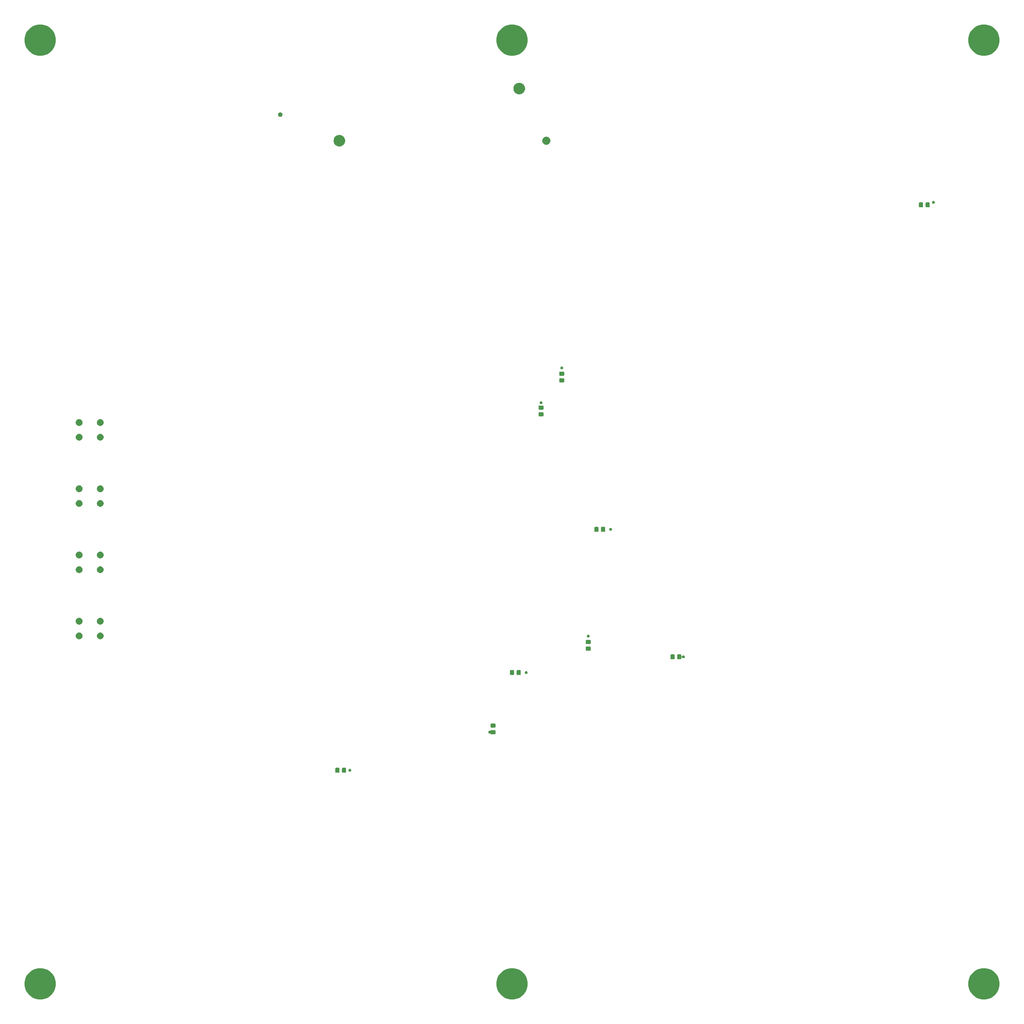
<source format=gbs>
G04 #@! TF.GenerationSoftware,KiCad,Pcbnew,(5.1.2)-1*
G04 #@! TF.CreationDate,2019-05-29T16:25:34-07:00*
G04 #@! TF.ProjectId,h186-final,68313836-2d66-4696-9e61-6c2e6b696361,rev?*
G04 #@! TF.SameCoordinates,Original*
G04 #@! TF.FileFunction,Soldermask,Bot*
G04 #@! TF.FilePolarity,Negative*
%FSLAX46Y46*%
G04 Gerber Fmt 4.6, Leading zero omitted, Abs format (unit mm)*
G04 Created by KiCad (PCBNEW (5.1.2)-1) date 2019-05-29 16:25:34*
%MOMM*%
%LPD*%
G04 APERTURE LIST*
%ADD10C,0.100000*%
G04 APERTURE END LIST*
D10*
G36*
X425580399Y-343363499D02*
G01*
X426454125Y-343725408D01*
X426454126Y-343725409D01*
X427240459Y-344250820D01*
X427909180Y-344919541D01*
X428260249Y-345444953D01*
X428434592Y-345705875D01*
X428796501Y-346579601D01*
X428981000Y-347507141D01*
X428981000Y-348452859D01*
X428796501Y-349380399D01*
X428434592Y-350254125D01*
X428434591Y-350254126D01*
X427909180Y-351040459D01*
X427240459Y-351709180D01*
X426715047Y-352060249D01*
X426454125Y-352234592D01*
X425580399Y-352596501D01*
X424652859Y-352781000D01*
X423707141Y-352781000D01*
X422779601Y-352596501D01*
X421905875Y-352234592D01*
X421644953Y-352060249D01*
X421119541Y-351709180D01*
X420450820Y-351040459D01*
X419925409Y-350254126D01*
X419925408Y-350254125D01*
X419563499Y-349380399D01*
X419379000Y-348452859D01*
X419379000Y-347507141D01*
X419563499Y-346579601D01*
X419925408Y-345705875D01*
X420099751Y-345444953D01*
X420450820Y-344919541D01*
X421119541Y-344250820D01*
X421905874Y-343725409D01*
X421905875Y-343725408D01*
X422779601Y-343363499D01*
X423707141Y-343179000D01*
X424652859Y-343179000D01*
X425580399Y-343363499D01*
X425580399Y-343363499D01*
G37*
G36*
X280800399Y-343363499D02*
G01*
X281674125Y-343725408D01*
X281674126Y-343725409D01*
X282460459Y-344250820D01*
X283129180Y-344919541D01*
X283480249Y-345444953D01*
X283654592Y-345705875D01*
X284016501Y-346579601D01*
X284201000Y-347507141D01*
X284201000Y-348452859D01*
X284016501Y-349380399D01*
X283654592Y-350254125D01*
X283654591Y-350254126D01*
X283129180Y-351040459D01*
X282460459Y-351709180D01*
X281935047Y-352060249D01*
X281674125Y-352234592D01*
X280800399Y-352596501D01*
X279872859Y-352781000D01*
X278927141Y-352781000D01*
X277999601Y-352596501D01*
X277125875Y-352234592D01*
X276864953Y-352060249D01*
X276339541Y-351709180D01*
X275670820Y-351040459D01*
X275145409Y-350254126D01*
X275145408Y-350254125D01*
X274783499Y-349380399D01*
X274599000Y-348452859D01*
X274599000Y-347507141D01*
X274783499Y-346579601D01*
X275145408Y-345705875D01*
X275319751Y-345444953D01*
X275670820Y-344919541D01*
X276339541Y-344250820D01*
X277125874Y-343725409D01*
X277125875Y-343725408D01*
X277999601Y-343363499D01*
X278927141Y-343179000D01*
X279872859Y-343179000D01*
X280800399Y-343363499D01*
X280800399Y-343363499D01*
G37*
G36*
X136020399Y-343363499D02*
G01*
X136894125Y-343725408D01*
X136894126Y-343725409D01*
X137680459Y-344250820D01*
X138349180Y-344919541D01*
X138700249Y-345444953D01*
X138874592Y-345705875D01*
X139236501Y-346579601D01*
X139421000Y-347507141D01*
X139421000Y-348452859D01*
X139236501Y-349380399D01*
X138874592Y-350254125D01*
X138874591Y-350254126D01*
X138349180Y-351040459D01*
X137680459Y-351709180D01*
X137155047Y-352060249D01*
X136894125Y-352234592D01*
X136020399Y-352596501D01*
X135092859Y-352781000D01*
X134147141Y-352781000D01*
X133219601Y-352596501D01*
X132345875Y-352234592D01*
X132084953Y-352060249D01*
X131559541Y-351709180D01*
X130890820Y-351040459D01*
X130365409Y-350254126D01*
X130365408Y-350254125D01*
X130003499Y-349380399D01*
X129819000Y-348452859D01*
X129819000Y-347507141D01*
X130003499Y-346579601D01*
X130365408Y-345705875D01*
X130539751Y-345444953D01*
X130890820Y-344919541D01*
X131559541Y-344250820D01*
X132345874Y-343725409D01*
X132345875Y-343725408D01*
X133219601Y-343363499D01*
X134147141Y-343179000D01*
X135092859Y-343179000D01*
X136020399Y-343363499D01*
X136020399Y-343363499D01*
G37*
G36*
X226269674Y-281701465D02*
G01*
X226307367Y-281712899D01*
X226342103Y-281731466D01*
X226372548Y-281756452D01*
X226397534Y-281786897D01*
X226416101Y-281821633D01*
X226427535Y-281859326D01*
X226432000Y-281904661D01*
X226432000Y-282991339D01*
X226427535Y-283036674D01*
X226416101Y-283074367D01*
X226397534Y-283109103D01*
X226372548Y-283139548D01*
X226342103Y-283164534D01*
X226307367Y-283183101D01*
X226269674Y-283194535D01*
X226224339Y-283199000D01*
X225387661Y-283199000D01*
X225342326Y-283194535D01*
X225304633Y-283183101D01*
X225269897Y-283164534D01*
X225239452Y-283139548D01*
X225214466Y-283109103D01*
X225195899Y-283074367D01*
X225184465Y-283036674D01*
X225180000Y-282991339D01*
X225180000Y-281904661D01*
X225184465Y-281859326D01*
X225195899Y-281821633D01*
X225214466Y-281786897D01*
X225239452Y-281756452D01*
X225269897Y-281731466D01*
X225304633Y-281712899D01*
X225342326Y-281701465D01*
X225387661Y-281697000D01*
X226224339Y-281697000D01*
X226269674Y-281701465D01*
X226269674Y-281701465D01*
G37*
G36*
X228319674Y-281701465D02*
G01*
X228357367Y-281712899D01*
X228392103Y-281731466D01*
X228422548Y-281756452D01*
X228447534Y-281786897D01*
X228466101Y-281821633D01*
X228477535Y-281859326D01*
X228482000Y-281904661D01*
X228482000Y-282991339D01*
X228477535Y-283036674D01*
X228466101Y-283074367D01*
X228447534Y-283109103D01*
X228422548Y-283139548D01*
X228392103Y-283164534D01*
X228357367Y-283183101D01*
X228319674Y-283194535D01*
X228274339Y-283199000D01*
X227437661Y-283199000D01*
X227392326Y-283194535D01*
X227354633Y-283183101D01*
X227319897Y-283164534D01*
X227289452Y-283139548D01*
X227264466Y-283109103D01*
X227245899Y-283074367D01*
X227234465Y-283036674D01*
X227230000Y-282991339D01*
X227230000Y-281904661D01*
X227234465Y-281859326D01*
X227245899Y-281821633D01*
X227264466Y-281786897D01*
X227289452Y-281756452D01*
X227319897Y-281731466D01*
X227354633Y-281712899D01*
X227392326Y-281701465D01*
X227437661Y-281697000D01*
X228274339Y-281697000D01*
X228319674Y-281701465D01*
X228319674Y-281701465D01*
G37*
G36*
X229742009Y-282032601D02*
G01*
X229820627Y-282065166D01*
X229820629Y-282065167D01*
X229891384Y-282112444D01*
X229951556Y-282172616D01*
X229951557Y-282172618D01*
X229998834Y-282243373D01*
X230031399Y-282321991D01*
X230048000Y-282405450D01*
X230048000Y-282490550D01*
X230031399Y-282574009D01*
X229998834Y-282652627D01*
X229998833Y-282652629D01*
X229951556Y-282723384D01*
X229891384Y-282783556D01*
X229820629Y-282830833D01*
X229820628Y-282830834D01*
X229820627Y-282830834D01*
X229742009Y-282863399D01*
X229658550Y-282880000D01*
X229573450Y-282880000D01*
X229489991Y-282863399D01*
X229411373Y-282830834D01*
X229411372Y-282830834D01*
X229411371Y-282830833D01*
X229340616Y-282783556D01*
X229280444Y-282723384D01*
X229233167Y-282652629D01*
X229233166Y-282652627D01*
X229200601Y-282574009D01*
X229184000Y-282490550D01*
X229184000Y-282405450D01*
X229200601Y-282321991D01*
X229233166Y-282243373D01*
X229280443Y-282172618D01*
X229280444Y-282172616D01*
X229340616Y-282112444D01*
X229411371Y-282065167D01*
X229411373Y-282065166D01*
X229489991Y-282032601D01*
X229573450Y-282016000D01*
X229658550Y-282016000D01*
X229742009Y-282032601D01*
X229742009Y-282032601D01*
G37*
G36*
X274146674Y-270160465D02*
G01*
X274184367Y-270171899D01*
X274219103Y-270190466D01*
X274249548Y-270215452D01*
X274274534Y-270245897D01*
X274293101Y-270280633D01*
X274304535Y-270318326D01*
X274309000Y-270363661D01*
X274309000Y-271200339D01*
X274304535Y-271245674D01*
X274293101Y-271283367D01*
X274274534Y-271318103D01*
X274249548Y-271348548D01*
X274219103Y-271373534D01*
X274184367Y-271392101D01*
X274146674Y-271403535D01*
X274101339Y-271408000D01*
X273014661Y-271408000D01*
X272969326Y-271403535D01*
X272931633Y-271392101D01*
X272896897Y-271373534D01*
X272866452Y-271348548D01*
X272841466Y-271318103D01*
X272822899Y-271283366D01*
X272817229Y-271264674D01*
X272807852Y-271242036D01*
X272794239Y-271221661D01*
X272776912Y-271204334D01*
X272756538Y-271190720D01*
X272733899Y-271181342D01*
X272709866Y-271176561D01*
X272685362Y-271176561D01*
X272673226Y-271178361D01*
X272584550Y-271196000D01*
X272499450Y-271196000D01*
X272415991Y-271179399D01*
X272337373Y-271146834D01*
X272337372Y-271146834D01*
X272337371Y-271146833D01*
X272266616Y-271099556D01*
X272206444Y-271039384D01*
X272159167Y-270968629D01*
X272159166Y-270968627D01*
X272126601Y-270890009D01*
X272110000Y-270806550D01*
X272110000Y-270721450D01*
X272126601Y-270637991D01*
X272159166Y-270559373D01*
X272206443Y-270488618D01*
X272206444Y-270488616D01*
X272266616Y-270428444D01*
X272337371Y-270381167D01*
X272352078Y-270375075D01*
X272415991Y-270348601D01*
X272499450Y-270332000D01*
X272584550Y-270332000D01*
X272676077Y-270350206D01*
X272683866Y-270352568D01*
X272708252Y-270354968D01*
X272732638Y-270352565D01*
X272756086Y-270345450D01*
X272777696Y-270333898D01*
X272796637Y-270318352D01*
X272818484Y-270288893D01*
X272841465Y-270245899D01*
X272866452Y-270215452D01*
X272896897Y-270190466D01*
X272931633Y-270171899D01*
X272969326Y-270160465D01*
X273014661Y-270156000D01*
X274101339Y-270156000D01*
X274146674Y-270160465D01*
X274146674Y-270160465D01*
G37*
G36*
X274146674Y-268110465D02*
G01*
X274184367Y-268121899D01*
X274219103Y-268140466D01*
X274249548Y-268165452D01*
X274274534Y-268195897D01*
X274293101Y-268230633D01*
X274304535Y-268268326D01*
X274309000Y-268313661D01*
X274309000Y-269150339D01*
X274304535Y-269195674D01*
X274293101Y-269233367D01*
X274274534Y-269268103D01*
X274249548Y-269298548D01*
X274219103Y-269323534D01*
X274184367Y-269342101D01*
X274146674Y-269353535D01*
X274101339Y-269358000D01*
X273014661Y-269358000D01*
X272969326Y-269353535D01*
X272931633Y-269342101D01*
X272896897Y-269323534D01*
X272866452Y-269298548D01*
X272841466Y-269268103D01*
X272822899Y-269233367D01*
X272811465Y-269195674D01*
X272807000Y-269150339D01*
X272807000Y-268313661D01*
X272811465Y-268268326D01*
X272822899Y-268230633D01*
X272841466Y-268195897D01*
X272866452Y-268165452D01*
X272896897Y-268140466D01*
X272931633Y-268121899D01*
X272969326Y-268110465D01*
X273014661Y-268106000D01*
X274101339Y-268106000D01*
X274146674Y-268110465D01*
X274146674Y-268110465D01*
G37*
G36*
X279863674Y-251729465D02*
G01*
X279901367Y-251740899D01*
X279936103Y-251759466D01*
X279966548Y-251784452D01*
X279991534Y-251814897D01*
X280010101Y-251849633D01*
X280021535Y-251887326D01*
X280026000Y-251932661D01*
X280026000Y-253019339D01*
X280021535Y-253064674D01*
X280010101Y-253102367D01*
X279991534Y-253137103D01*
X279966548Y-253167548D01*
X279936103Y-253192534D01*
X279901367Y-253211101D01*
X279863674Y-253222535D01*
X279818339Y-253227000D01*
X278981661Y-253227000D01*
X278936326Y-253222535D01*
X278898633Y-253211101D01*
X278863897Y-253192534D01*
X278833452Y-253167548D01*
X278808466Y-253137103D01*
X278789899Y-253102367D01*
X278778465Y-253064674D01*
X278774000Y-253019339D01*
X278774000Y-251932661D01*
X278778465Y-251887326D01*
X278789899Y-251849633D01*
X278808466Y-251814897D01*
X278833452Y-251784452D01*
X278863897Y-251759466D01*
X278898633Y-251740899D01*
X278936326Y-251729465D01*
X278981661Y-251725000D01*
X279818339Y-251725000D01*
X279863674Y-251729465D01*
X279863674Y-251729465D01*
G37*
G36*
X281913674Y-251729465D02*
G01*
X281951367Y-251740899D01*
X281986103Y-251759466D01*
X282016548Y-251784452D01*
X282041534Y-251814897D01*
X282060101Y-251849633D01*
X282071535Y-251887326D01*
X282076000Y-251932661D01*
X282076000Y-253019339D01*
X282071535Y-253064674D01*
X282060101Y-253102367D01*
X282041534Y-253137103D01*
X282016548Y-253167548D01*
X281986103Y-253192534D01*
X281951367Y-253211101D01*
X281913674Y-253222535D01*
X281868339Y-253227000D01*
X281031661Y-253227000D01*
X280986326Y-253222535D01*
X280948633Y-253211101D01*
X280913897Y-253192534D01*
X280883452Y-253167548D01*
X280858466Y-253137103D01*
X280839899Y-253102367D01*
X280828465Y-253064674D01*
X280824000Y-253019339D01*
X280824000Y-251932661D01*
X280828465Y-251887326D01*
X280839899Y-251849633D01*
X280858466Y-251814897D01*
X280883452Y-251784452D01*
X280913897Y-251759466D01*
X280948633Y-251740899D01*
X280986326Y-251729465D01*
X281031661Y-251725000D01*
X281868339Y-251725000D01*
X281913674Y-251729465D01*
X281913674Y-251729465D01*
G37*
G36*
X283844009Y-252060601D02*
G01*
X283922627Y-252093166D01*
X283922629Y-252093167D01*
X283993384Y-252140444D01*
X284053556Y-252200616D01*
X284053557Y-252200618D01*
X284100834Y-252271373D01*
X284133399Y-252349991D01*
X284150000Y-252433450D01*
X284150000Y-252518550D01*
X284133399Y-252602009D01*
X284100834Y-252680627D01*
X284100833Y-252680629D01*
X284053556Y-252751384D01*
X283993384Y-252811556D01*
X283922629Y-252858833D01*
X283922628Y-252858834D01*
X283922627Y-252858834D01*
X283844009Y-252891399D01*
X283760550Y-252908000D01*
X283675450Y-252908000D01*
X283591991Y-252891399D01*
X283513373Y-252858834D01*
X283513372Y-252858834D01*
X283513371Y-252858833D01*
X283442616Y-252811556D01*
X283382444Y-252751384D01*
X283335167Y-252680629D01*
X283335166Y-252680627D01*
X283302601Y-252602009D01*
X283286000Y-252518550D01*
X283286000Y-252433450D01*
X283302601Y-252349991D01*
X283335166Y-252271373D01*
X283382443Y-252200618D01*
X283382444Y-252200616D01*
X283442616Y-252140444D01*
X283513371Y-252093167D01*
X283513373Y-252093166D01*
X283591991Y-252060601D01*
X283675450Y-252044000D01*
X283760550Y-252044000D01*
X283844009Y-252060601D01*
X283844009Y-252060601D01*
G37*
G36*
X331171674Y-246903465D02*
G01*
X331209367Y-246914899D01*
X331244103Y-246933466D01*
X331274548Y-246958452D01*
X331299534Y-246988897D01*
X331318101Y-247023633D01*
X331329535Y-247061326D01*
X331334000Y-247106661D01*
X331334000Y-247447470D01*
X331336402Y-247471856D01*
X331343515Y-247495305D01*
X331355066Y-247516916D01*
X331370611Y-247535858D01*
X331389553Y-247551403D01*
X331411164Y-247562954D01*
X331434613Y-247570067D01*
X331458999Y-247572469D01*
X331483385Y-247570067D01*
X331506834Y-247562954D01*
X331528445Y-247551403D01*
X331547387Y-247535858D01*
X331562932Y-247516916D01*
X331574483Y-247495306D01*
X331595167Y-247445371D01*
X331642443Y-247374618D01*
X331642444Y-247374616D01*
X331702616Y-247314444D01*
X331773371Y-247267167D01*
X331773373Y-247267166D01*
X331851991Y-247234601D01*
X331935450Y-247218000D01*
X332020550Y-247218000D01*
X332104009Y-247234601D01*
X332182627Y-247267166D01*
X332182629Y-247267167D01*
X332253384Y-247314444D01*
X332313556Y-247374616D01*
X332313557Y-247374618D01*
X332360834Y-247445373D01*
X332393399Y-247523991D01*
X332410000Y-247607450D01*
X332410000Y-247692550D01*
X332393399Y-247776009D01*
X332360834Y-247854627D01*
X332360833Y-247854629D01*
X332313556Y-247925384D01*
X332253384Y-247985556D01*
X332182629Y-248032833D01*
X332182628Y-248032834D01*
X332182627Y-248032834D01*
X332104009Y-248065399D01*
X332020550Y-248082000D01*
X331935450Y-248082000D01*
X331851991Y-248065399D01*
X331773373Y-248032834D01*
X331773372Y-248032834D01*
X331773371Y-248032833D01*
X331702616Y-247985556D01*
X331642444Y-247925384D01*
X331595167Y-247854629D01*
X331574483Y-247804694D01*
X331562931Y-247783084D01*
X331547386Y-247764142D01*
X331528444Y-247748597D01*
X331506833Y-247737046D01*
X331483384Y-247729933D01*
X331458998Y-247727531D01*
X331434612Y-247729933D01*
X331411163Y-247737046D01*
X331389553Y-247748598D01*
X331370611Y-247764143D01*
X331355066Y-247783085D01*
X331343515Y-247804696D01*
X331336402Y-247828145D01*
X331334000Y-247852530D01*
X331334000Y-248193339D01*
X331329535Y-248238674D01*
X331318101Y-248276367D01*
X331299534Y-248311103D01*
X331274548Y-248341548D01*
X331244103Y-248366534D01*
X331209367Y-248385101D01*
X331171674Y-248396535D01*
X331126339Y-248401000D01*
X330289661Y-248401000D01*
X330244326Y-248396535D01*
X330206633Y-248385101D01*
X330171897Y-248366534D01*
X330141452Y-248341548D01*
X330116466Y-248311103D01*
X330097899Y-248276367D01*
X330086465Y-248238674D01*
X330082000Y-248193339D01*
X330082000Y-247106661D01*
X330086465Y-247061326D01*
X330097899Y-247023633D01*
X330116466Y-246988897D01*
X330141452Y-246958452D01*
X330171897Y-246933466D01*
X330206633Y-246914899D01*
X330244326Y-246903465D01*
X330289661Y-246899000D01*
X331126339Y-246899000D01*
X331171674Y-246903465D01*
X331171674Y-246903465D01*
G37*
G36*
X329121674Y-246903465D02*
G01*
X329159367Y-246914899D01*
X329194103Y-246933466D01*
X329224548Y-246958452D01*
X329249534Y-246988897D01*
X329268101Y-247023633D01*
X329279535Y-247061326D01*
X329284000Y-247106661D01*
X329284000Y-248193339D01*
X329279535Y-248238674D01*
X329268101Y-248276367D01*
X329249534Y-248311103D01*
X329224548Y-248341548D01*
X329194103Y-248366534D01*
X329159367Y-248385101D01*
X329121674Y-248396535D01*
X329076339Y-248401000D01*
X328239661Y-248401000D01*
X328194326Y-248396535D01*
X328156633Y-248385101D01*
X328121897Y-248366534D01*
X328091452Y-248341548D01*
X328066466Y-248311103D01*
X328047899Y-248276367D01*
X328036465Y-248238674D01*
X328032000Y-248193339D01*
X328032000Y-247106661D01*
X328036465Y-247061326D01*
X328047899Y-247023633D01*
X328066466Y-246988897D01*
X328091452Y-246958452D01*
X328121897Y-246933466D01*
X328156633Y-246914899D01*
X328194326Y-246903465D01*
X328239661Y-246899000D01*
X329076339Y-246899000D01*
X329121674Y-246903465D01*
X329121674Y-246903465D01*
G37*
G36*
X303356674Y-244506465D02*
G01*
X303394367Y-244517899D01*
X303429103Y-244536466D01*
X303459548Y-244561452D01*
X303484534Y-244591897D01*
X303503101Y-244626633D01*
X303514535Y-244664326D01*
X303519000Y-244709661D01*
X303519000Y-245546339D01*
X303514535Y-245591674D01*
X303503101Y-245629367D01*
X303484534Y-245664103D01*
X303459548Y-245694548D01*
X303429103Y-245719534D01*
X303394367Y-245738101D01*
X303356674Y-245749535D01*
X303311339Y-245754000D01*
X302224661Y-245754000D01*
X302179326Y-245749535D01*
X302141633Y-245738101D01*
X302106897Y-245719534D01*
X302076452Y-245694548D01*
X302051466Y-245664103D01*
X302032899Y-245629367D01*
X302021465Y-245591674D01*
X302017000Y-245546339D01*
X302017000Y-244709661D01*
X302021465Y-244664326D01*
X302032899Y-244626633D01*
X302051466Y-244591897D01*
X302076452Y-244561452D01*
X302106897Y-244536466D01*
X302141633Y-244517899D01*
X302179326Y-244506465D01*
X302224661Y-244502000D01*
X303311339Y-244502000D01*
X303356674Y-244506465D01*
X303356674Y-244506465D01*
G37*
G36*
X303356674Y-242456465D02*
G01*
X303394367Y-242467899D01*
X303429103Y-242486466D01*
X303459548Y-242511452D01*
X303484534Y-242541897D01*
X303503101Y-242576633D01*
X303514535Y-242614326D01*
X303519000Y-242659661D01*
X303519000Y-243496339D01*
X303514535Y-243541674D01*
X303503101Y-243579367D01*
X303484534Y-243614103D01*
X303459548Y-243644548D01*
X303429103Y-243669534D01*
X303394367Y-243688101D01*
X303356674Y-243699535D01*
X303311339Y-243704000D01*
X302224661Y-243704000D01*
X302179326Y-243699535D01*
X302141633Y-243688101D01*
X302106897Y-243669534D01*
X302076452Y-243644548D01*
X302051466Y-243614103D01*
X302032899Y-243579367D01*
X302021465Y-243541674D01*
X302017000Y-243496339D01*
X302017000Y-242659661D01*
X302021465Y-242614326D01*
X302032899Y-242576633D01*
X302051466Y-242541897D01*
X302076452Y-242511452D01*
X302106897Y-242486466D01*
X302141633Y-242467899D01*
X302179326Y-242456465D01*
X302224661Y-242452000D01*
X303311339Y-242452000D01*
X303356674Y-242456465D01*
X303356674Y-242456465D01*
G37*
G36*
X153364564Y-240217389D02*
G01*
X153555833Y-240296615D01*
X153555835Y-240296616D01*
X153727973Y-240411635D01*
X153874365Y-240558027D01*
X153989385Y-240730167D01*
X154068611Y-240921436D01*
X154109000Y-241124484D01*
X154109000Y-241331516D01*
X154068611Y-241534564D01*
X153993708Y-241715396D01*
X153989384Y-241725835D01*
X153874365Y-241897973D01*
X153727973Y-242044365D01*
X153555835Y-242159384D01*
X153555834Y-242159385D01*
X153555833Y-242159385D01*
X153364564Y-242238611D01*
X153161516Y-242279000D01*
X152954484Y-242279000D01*
X152751436Y-242238611D01*
X152560167Y-242159385D01*
X152560166Y-242159385D01*
X152560165Y-242159384D01*
X152388027Y-242044365D01*
X152241635Y-241897973D01*
X152126616Y-241725835D01*
X152122292Y-241715396D01*
X152047389Y-241534564D01*
X152007000Y-241331516D01*
X152007000Y-241124484D01*
X152047389Y-240921436D01*
X152126615Y-240730167D01*
X152241635Y-240558027D01*
X152388027Y-240411635D01*
X152560165Y-240296616D01*
X152560167Y-240296615D01*
X152751436Y-240217389D01*
X152954484Y-240177000D01*
X153161516Y-240177000D01*
X153364564Y-240217389D01*
X153364564Y-240217389D01*
G37*
G36*
X146864564Y-240217389D02*
G01*
X147055833Y-240296615D01*
X147055835Y-240296616D01*
X147227973Y-240411635D01*
X147374365Y-240558027D01*
X147489385Y-240730167D01*
X147568611Y-240921436D01*
X147609000Y-241124484D01*
X147609000Y-241331516D01*
X147568611Y-241534564D01*
X147493708Y-241715396D01*
X147489384Y-241725835D01*
X147374365Y-241897973D01*
X147227973Y-242044365D01*
X147055835Y-242159384D01*
X147055834Y-242159385D01*
X147055833Y-242159385D01*
X146864564Y-242238611D01*
X146661516Y-242279000D01*
X146454484Y-242279000D01*
X146251436Y-242238611D01*
X146060167Y-242159385D01*
X146060166Y-242159385D01*
X146060165Y-242159384D01*
X145888027Y-242044365D01*
X145741635Y-241897973D01*
X145626616Y-241725835D01*
X145622292Y-241715396D01*
X145547389Y-241534564D01*
X145507000Y-241331516D01*
X145507000Y-241124484D01*
X145547389Y-240921436D01*
X145626615Y-240730167D01*
X145741635Y-240558027D01*
X145888027Y-240411635D01*
X146060165Y-240296616D01*
X146060167Y-240296615D01*
X146251436Y-240217389D01*
X146454484Y-240177000D01*
X146661516Y-240177000D01*
X146864564Y-240217389D01*
X146864564Y-240217389D01*
G37*
G36*
X302894009Y-240884599D02*
G01*
X302972627Y-240917164D01*
X302972629Y-240917165D01*
X303043384Y-240964442D01*
X303103556Y-241024614D01*
X303103557Y-241024616D01*
X303150834Y-241095371D01*
X303183399Y-241173989D01*
X303200000Y-241257448D01*
X303200000Y-241342548D01*
X303183399Y-241426007D01*
X303150834Y-241504625D01*
X303150833Y-241504627D01*
X303103556Y-241575382D01*
X303043384Y-241635554D01*
X302972629Y-241682831D01*
X302972628Y-241682832D01*
X302972627Y-241682832D01*
X302894009Y-241715397D01*
X302810550Y-241731998D01*
X302725450Y-241731998D01*
X302641991Y-241715397D01*
X302563373Y-241682832D01*
X302563372Y-241682832D01*
X302563371Y-241682831D01*
X302492616Y-241635554D01*
X302432444Y-241575382D01*
X302385167Y-241504627D01*
X302385166Y-241504625D01*
X302352601Y-241426007D01*
X302336000Y-241342548D01*
X302336000Y-241257448D01*
X302352601Y-241173989D01*
X302385166Y-241095371D01*
X302432443Y-241024616D01*
X302432444Y-241024614D01*
X302492616Y-240964442D01*
X302563371Y-240917165D01*
X302563373Y-240917164D01*
X302641991Y-240884599D01*
X302725450Y-240867998D01*
X302810550Y-240867998D01*
X302894009Y-240884599D01*
X302894009Y-240884599D01*
G37*
G36*
X153364564Y-235717389D02*
G01*
X153555833Y-235796615D01*
X153555835Y-235796616D01*
X153727973Y-235911635D01*
X153874365Y-236058027D01*
X153989385Y-236230167D01*
X154068611Y-236421436D01*
X154109000Y-236624484D01*
X154109000Y-236831516D01*
X154068611Y-237034564D01*
X153989385Y-237225833D01*
X153989384Y-237225835D01*
X153874365Y-237397973D01*
X153727973Y-237544365D01*
X153555835Y-237659384D01*
X153555834Y-237659385D01*
X153555833Y-237659385D01*
X153364564Y-237738611D01*
X153161516Y-237779000D01*
X152954484Y-237779000D01*
X152751436Y-237738611D01*
X152560167Y-237659385D01*
X152560166Y-237659385D01*
X152560165Y-237659384D01*
X152388027Y-237544365D01*
X152241635Y-237397973D01*
X152126616Y-237225835D01*
X152126615Y-237225833D01*
X152047389Y-237034564D01*
X152007000Y-236831516D01*
X152007000Y-236624484D01*
X152047389Y-236421436D01*
X152126615Y-236230167D01*
X152241635Y-236058027D01*
X152388027Y-235911635D01*
X152560165Y-235796616D01*
X152560167Y-235796615D01*
X152751436Y-235717389D01*
X152954484Y-235677000D01*
X153161516Y-235677000D01*
X153364564Y-235717389D01*
X153364564Y-235717389D01*
G37*
G36*
X146864564Y-235717389D02*
G01*
X147055833Y-235796615D01*
X147055835Y-235796616D01*
X147227973Y-235911635D01*
X147374365Y-236058027D01*
X147489385Y-236230167D01*
X147568611Y-236421436D01*
X147609000Y-236624484D01*
X147609000Y-236831516D01*
X147568611Y-237034564D01*
X147489385Y-237225833D01*
X147489384Y-237225835D01*
X147374365Y-237397973D01*
X147227973Y-237544365D01*
X147055835Y-237659384D01*
X147055834Y-237659385D01*
X147055833Y-237659385D01*
X146864564Y-237738611D01*
X146661516Y-237779000D01*
X146454484Y-237779000D01*
X146251436Y-237738611D01*
X146060167Y-237659385D01*
X146060166Y-237659385D01*
X146060165Y-237659384D01*
X145888027Y-237544365D01*
X145741635Y-237397973D01*
X145626616Y-237225835D01*
X145626615Y-237225833D01*
X145547389Y-237034564D01*
X145507000Y-236831516D01*
X145507000Y-236624484D01*
X145547389Y-236421436D01*
X145626615Y-236230167D01*
X145741635Y-236058027D01*
X145888027Y-235911635D01*
X146060165Y-235796616D01*
X146060167Y-235796615D01*
X146251436Y-235717389D01*
X146454484Y-235677000D01*
X146661516Y-235677000D01*
X146864564Y-235717389D01*
X146864564Y-235717389D01*
G37*
G36*
X146864564Y-219897389D02*
G01*
X147055833Y-219976615D01*
X147055835Y-219976616D01*
X147227973Y-220091635D01*
X147374365Y-220238027D01*
X147489385Y-220410167D01*
X147568611Y-220601436D01*
X147609000Y-220804484D01*
X147609000Y-221011516D01*
X147568611Y-221214564D01*
X147489385Y-221405833D01*
X147489384Y-221405835D01*
X147374365Y-221577973D01*
X147227973Y-221724365D01*
X147055835Y-221839384D01*
X147055834Y-221839385D01*
X147055833Y-221839385D01*
X146864564Y-221918611D01*
X146661516Y-221959000D01*
X146454484Y-221959000D01*
X146251436Y-221918611D01*
X146060167Y-221839385D01*
X146060166Y-221839385D01*
X146060165Y-221839384D01*
X145888027Y-221724365D01*
X145741635Y-221577973D01*
X145626616Y-221405835D01*
X145626615Y-221405833D01*
X145547389Y-221214564D01*
X145507000Y-221011516D01*
X145507000Y-220804484D01*
X145547389Y-220601436D01*
X145626615Y-220410167D01*
X145741635Y-220238027D01*
X145888027Y-220091635D01*
X146060165Y-219976616D01*
X146060167Y-219976615D01*
X146251436Y-219897389D01*
X146454484Y-219857000D01*
X146661516Y-219857000D01*
X146864564Y-219897389D01*
X146864564Y-219897389D01*
G37*
G36*
X153364564Y-219897389D02*
G01*
X153555833Y-219976615D01*
X153555835Y-219976616D01*
X153727973Y-220091635D01*
X153874365Y-220238027D01*
X153989385Y-220410167D01*
X154068611Y-220601436D01*
X154109000Y-220804484D01*
X154109000Y-221011516D01*
X154068611Y-221214564D01*
X153989385Y-221405833D01*
X153989384Y-221405835D01*
X153874365Y-221577973D01*
X153727973Y-221724365D01*
X153555835Y-221839384D01*
X153555834Y-221839385D01*
X153555833Y-221839385D01*
X153364564Y-221918611D01*
X153161516Y-221959000D01*
X152954484Y-221959000D01*
X152751436Y-221918611D01*
X152560167Y-221839385D01*
X152560166Y-221839385D01*
X152560165Y-221839384D01*
X152388027Y-221724365D01*
X152241635Y-221577973D01*
X152126616Y-221405835D01*
X152126615Y-221405833D01*
X152047389Y-221214564D01*
X152007000Y-221011516D01*
X152007000Y-220804484D01*
X152047389Y-220601436D01*
X152126615Y-220410167D01*
X152241635Y-220238027D01*
X152388027Y-220091635D01*
X152560165Y-219976616D01*
X152560167Y-219976615D01*
X152751436Y-219897389D01*
X152954484Y-219857000D01*
X153161516Y-219857000D01*
X153364564Y-219897389D01*
X153364564Y-219897389D01*
G37*
G36*
X146864564Y-215397389D02*
G01*
X147055833Y-215476615D01*
X147055835Y-215476616D01*
X147227973Y-215591635D01*
X147374365Y-215738027D01*
X147489385Y-215910167D01*
X147568611Y-216101436D01*
X147609000Y-216304484D01*
X147609000Y-216511516D01*
X147568611Y-216714564D01*
X147489385Y-216905833D01*
X147489384Y-216905835D01*
X147374365Y-217077973D01*
X147227973Y-217224365D01*
X147055835Y-217339384D01*
X147055834Y-217339385D01*
X147055833Y-217339385D01*
X146864564Y-217418611D01*
X146661516Y-217459000D01*
X146454484Y-217459000D01*
X146251436Y-217418611D01*
X146060167Y-217339385D01*
X146060166Y-217339385D01*
X146060165Y-217339384D01*
X145888027Y-217224365D01*
X145741635Y-217077973D01*
X145626616Y-216905835D01*
X145626615Y-216905833D01*
X145547389Y-216714564D01*
X145507000Y-216511516D01*
X145507000Y-216304484D01*
X145547389Y-216101436D01*
X145626615Y-215910167D01*
X145741635Y-215738027D01*
X145888027Y-215591635D01*
X146060165Y-215476616D01*
X146060167Y-215476615D01*
X146251436Y-215397389D01*
X146454484Y-215357000D01*
X146661516Y-215357000D01*
X146864564Y-215397389D01*
X146864564Y-215397389D01*
G37*
G36*
X153364564Y-215397389D02*
G01*
X153555833Y-215476615D01*
X153555835Y-215476616D01*
X153727973Y-215591635D01*
X153874365Y-215738027D01*
X153989385Y-215910167D01*
X154068611Y-216101436D01*
X154109000Y-216304484D01*
X154109000Y-216511516D01*
X154068611Y-216714564D01*
X153989385Y-216905833D01*
X153989384Y-216905835D01*
X153874365Y-217077973D01*
X153727973Y-217224365D01*
X153555835Y-217339384D01*
X153555834Y-217339385D01*
X153555833Y-217339385D01*
X153364564Y-217418611D01*
X153161516Y-217459000D01*
X152954484Y-217459000D01*
X152751436Y-217418611D01*
X152560167Y-217339385D01*
X152560166Y-217339385D01*
X152560165Y-217339384D01*
X152388027Y-217224365D01*
X152241635Y-217077973D01*
X152126616Y-216905835D01*
X152126615Y-216905833D01*
X152047389Y-216714564D01*
X152007000Y-216511516D01*
X152007000Y-216304484D01*
X152047389Y-216101436D01*
X152126615Y-215910167D01*
X152241635Y-215738027D01*
X152388027Y-215591635D01*
X152560165Y-215476616D01*
X152560167Y-215476615D01*
X152751436Y-215397389D01*
X152954484Y-215357000D01*
X153161516Y-215357000D01*
X153364564Y-215397389D01*
X153364564Y-215397389D01*
G37*
G36*
X307803674Y-207787465D02*
G01*
X307841367Y-207798899D01*
X307876103Y-207817466D01*
X307906548Y-207842452D01*
X307931534Y-207872897D01*
X307950101Y-207907633D01*
X307961535Y-207945326D01*
X307966000Y-207990661D01*
X307966000Y-209077339D01*
X307961535Y-209122674D01*
X307950101Y-209160367D01*
X307931534Y-209195103D01*
X307906548Y-209225548D01*
X307876103Y-209250534D01*
X307841367Y-209269101D01*
X307803674Y-209280535D01*
X307758339Y-209285000D01*
X306921661Y-209285000D01*
X306876326Y-209280535D01*
X306838633Y-209269101D01*
X306803897Y-209250534D01*
X306773452Y-209225548D01*
X306748466Y-209195103D01*
X306729899Y-209160367D01*
X306718465Y-209122674D01*
X306714000Y-209077339D01*
X306714000Y-207990661D01*
X306718465Y-207945326D01*
X306729899Y-207907633D01*
X306748466Y-207872897D01*
X306773452Y-207842452D01*
X306803897Y-207817466D01*
X306838633Y-207798899D01*
X306876326Y-207787465D01*
X306921661Y-207783000D01*
X307758339Y-207783000D01*
X307803674Y-207787465D01*
X307803674Y-207787465D01*
G37*
G36*
X305753674Y-207787465D02*
G01*
X305791367Y-207798899D01*
X305826103Y-207817466D01*
X305856548Y-207842452D01*
X305881534Y-207872897D01*
X305900101Y-207907633D01*
X305911535Y-207945326D01*
X305916000Y-207990661D01*
X305916000Y-209077339D01*
X305911535Y-209122674D01*
X305900101Y-209160367D01*
X305881534Y-209195103D01*
X305856548Y-209225548D01*
X305826103Y-209250534D01*
X305791367Y-209269101D01*
X305753674Y-209280535D01*
X305708339Y-209285000D01*
X304871661Y-209285000D01*
X304826326Y-209280535D01*
X304788633Y-209269101D01*
X304753897Y-209250534D01*
X304723452Y-209225548D01*
X304698466Y-209195103D01*
X304679899Y-209160367D01*
X304668465Y-209122674D01*
X304664000Y-209077339D01*
X304664000Y-207990661D01*
X304668465Y-207945326D01*
X304679899Y-207907633D01*
X304698466Y-207872897D01*
X304723452Y-207842452D01*
X304753897Y-207817466D01*
X304788633Y-207798899D01*
X304826326Y-207787465D01*
X304871661Y-207783000D01*
X305708339Y-207783000D01*
X305753674Y-207787465D01*
X305753674Y-207787465D01*
G37*
G36*
X309752009Y-208118601D02*
G01*
X309830627Y-208151166D01*
X309830629Y-208151167D01*
X309901384Y-208198444D01*
X309961556Y-208258616D01*
X309961557Y-208258618D01*
X310008834Y-208329373D01*
X310041399Y-208407991D01*
X310058000Y-208491450D01*
X310058000Y-208576550D01*
X310041399Y-208660009D01*
X310008834Y-208738627D01*
X310008833Y-208738629D01*
X309961556Y-208809384D01*
X309901384Y-208869556D01*
X309830629Y-208916833D01*
X309830628Y-208916834D01*
X309830627Y-208916834D01*
X309752009Y-208949399D01*
X309668550Y-208966000D01*
X309583450Y-208966000D01*
X309499991Y-208949399D01*
X309421373Y-208916834D01*
X309421372Y-208916834D01*
X309421371Y-208916833D01*
X309350616Y-208869556D01*
X309290444Y-208809384D01*
X309243167Y-208738629D01*
X309243166Y-208738627D01*
X309210601Y-208660009D01*
X309194000Y-208576550D01*
X309194000Y-208491450D01*
X309210601Y-208407991D01*
X309243166Y-208329373D01*
X309290443Y-208258618D01*
X309290444Y-208258616D01*
X309350616Y-208198444D01*
X309421371Y-208151167D01*
X309421373Y-208151166D01*
X309499991Y-208118601D01*
X309583450Y-208102000D01*
X309668550Y-208102000D01*
X309752009Y-208118601D01*
X309752009Y-208118601D01*
G37*
G36*
X146864564Y-199577389D02*
G01*
X147055833Y-199656615D01*
X147055835Y-199656616D01*
X147227973Y-199771635D01*
X147374365Y-199918027D01*
X147489385Y-200090167D01*
X147568611Y-200281436D01*
X147609000Y-200484484D01*
X147609000Y-200691516D01*
X147568611Y-200894564D01*
X147489385Y-201085833D01*
X147489384Y-201085835D01*
X147374365Y-201257973D01*
X147227973Y-201404365D01*
X147055835Y-201519384D01*
X147055834Y-201519385D01*
X147055833Y-201519385D01*
X146864564Y-201598611D01*
X146661516Y-201639000D01*
X146454484Y-201639000D01*
X146251436Y-201598611D01*
X146060167Y-201519385D01*
X146060166Y-201519385D01*
X146060165Y-201519384D01*
X145888027Y-201404365D01*
X145741635Y-201257973D01*
X145626616Y-201085835D01*
X145626615Y-201085833D01*
X145547389Y-200894564D01*
X145507000Y-200691516D01*
X145507000Y-200484484D01*
X145547389Y-200281436D01*
X145626615Y-200090167D01*
X145741635Y-199918027D01*
X145888027Y-199771635D01*
X146060165Y-199656616D01*
X146060167Y-199656615D01*
X146251436Y-199577389D01*
X146454484Y-199537000D01*
X146661516Y-199537000D01*
X146864564Y-199577389D01*
X146864564Y-199577389D01*
G37*
G36*
X153364564Y-199577389D02*
G01*
X153555833Y-199656615D01*
X153555835Y-199656616D01*
X153727973Y-199771635D01*
X153874365Y-199918027D01*
X153989385Y-200090167D01*
X154068611Y-200281436D01*
X154109000Y-200484484D01*
X154109000Y-200691516D01*
X154068611Y-200894564D01*
X153989385Y-201085833D01*
X153989384Y-201085835D01*
X153874365Y-201257973D01*
X153727973Y-201404365D01*
X153555835Y-201519384D01*
X153555834Y-201519385D01*
X153555833Y-201519385D01*
X153364564Y-201598611D01*
X153161516Y-201639000D01*
X152954484Y-201639000D01*
X152751436Y-201598611D01*
X152560167Y-201519385D01*
X152560166Y-201519385D01*
X152560165Y-201519384D01*
X152388027Y-201404365D01*
X152241635Y-201257973D01*
X152126616Y-201085835D01*
X152126615Y-201085833D01*
X152047389Y-200894564D01*
X152007000Y-200691516D01*
X152007000Y-200484484D01*
X152047389Y-200281436D01*
X152126615Y-200090167D01*
X152241635Y-199918027D01*
X152388027Y-199771635D01*
X152560165Y-199656616D01*
X152560167Y-199656615D01*
X152751436Y-199577389D01*
X152954484Y-199537000D01*
X153161516Y-199537000D01*
X153364564Y-199577389D01*
X153364564Y-199577389D01*
G37*
G36*
X146864564Y-195077389D02*
G01*
X147055833Y-195156615D01*
X147055835Y-195156616D01*
X147227973Y-195271635D01*
X147374365Y-195418027D01*
X147489385Y-195590167D01*
X147568611Y-195781436D01*
X147609000Y-195984484D01*
X147609000Y-196191516D01*
X147568611Y-196394564D01*
X147489385Y-196585833D01*
X147489384Y-196585835D01*
X147374365Y-196757973D01*
X147227973Y-196904365D01*
X147055835Y-197019384D01*
X147055834Y-197019385D01*
X147055833Y-197019385D01*
X146864564Y-197098611D01*
X146661516Y-197139000D01*
X146454484Y-197139000D01*
X146251436Y-197098611D01*
X146060167Y-197019385D01*
X146060166Y-197019385D01*
X146060165Y-197019384D01*
X145888027Y-196904365D01*
X145741635Y-196757973D01*
X145626616Y-196585835D01*
X145626615Y-196585833D01*
X145547389Y-196394564D01*
X145507000Y-196191516D01*
X145507000Y-195984484D01*
X145547389Y-195781436D01*
X145626615Y-195590167D01*
X145741635Y-195418027D01*
X145888027Y-195271635D01*
X146060165Y-195156616D01*
X146060167Y-195156615D01*
X146251436Y-195077389D01*
X146454484Y-195037000D01*
X146661516Y-195037000D01*
X146864564Y-195077389D01*
X146864564Y-195077389D01*
G37*
G36*
X153364564Y-195077389D02*
G01*
X153555833Y-195156615D01*
X153555835Y-195156616D01*
X153727973Y-195271635D01*
X153874365Y-195418027D01*
X153989385Y-195590167D01*
X154068611Y-195781436D01*
X154109000Y-195984484D01*
X154109000Y-196191516D01*
X154068611Y-196394564D01*
X153989385Y-196585833D01*
X153989384Y-196585835D01*
X153874365Y-196757973D01*
X153727973Y-196904365D01*
X153555835Y-197019384D01*
X153555834Y-197019385D01*
X153555833Y-197019385D01*
X153364564Y-197098611D01*
X153161516Y-197139000D01*
X152954484Y-197139000D01*
X152751436Y-197098611D01*
X152560167Y-197019385D01*
X152560166Y-197019385D01*
X152560165Y-197019384D01*
X152388027Y-196904365D01*
X152241635Y-196757973D01*
X152126616Y-196585835D01*
X152126615Y-196585833D01*
X152047389Y-196394564D01*
X152007000Y-196191516D01*
X152007000Y-195984484D01*
X152047389Y-195781436D01*
X152126615Y-195590167D01*
X152241635Y-195418027D01*
X152388027Y-195271635D01*
X152560165Y-195156616D01*
X152560167Y-195156615D01*
X152751436Y-195077389D01*
X152954484Y-195037000D01*
X153161516Y-195037000D01*
X153364564Y-195077389D01*
X153364564Y-195077389D01*
G37*
G36*
X153364564Y-179257389D02*
G01*
X153555833Y-179336615D01*
X153555835Y-179336616D01*
X153727973Y-179451635D01*
X153874365Y-179598027D01*
X153989385Y-179770167D01*
X154068611Y-179961436D01*
X154109000Y-180164484D01*
X154109000Y-180371516D01*
X154068611Y-180574564D01*
X153989385Y-180765833D01*
X153989384Y-180765835D01*
X153874365Y-180937973D01*
X153727973Y-181084365D01*
X153555835Y-181199384D01*
X153555834Y-181199385D01*
X153555833Y-181199385D01*
X153364564Y-181278611D01*
X153161516Y-181319000D01*
X152954484Y-181319000D01*
X152751436Y-181278611D01*
X152560167Y-181199385D01*
X152560166Y-181199385D01*
X152560165Y-181199384D01*
X152388027Y-181084365D01*
X152241635Y-180937973D01*
X152126616Y-180765835D01*
X152126615Y-180765833D01*
X152047389Y-180574564D01*
X152007000Y-180371516D01*
X152007000Y-180164484D01*
X152047389Y-179961436D01*
X152126615Y-179770167D01*
X152241635Y-179598027D01*
X152388027Y-179451635D01*
X152560165Y-179336616D01*
X152560167Y-179336615D01*
X152751436Y-179257389D01*
X152954484Y-179217000D01*
X153161516Y-179217000D01*
X153364564Y-179257389D01*
X153364564Y-179257389D01*
G37*
G36*
X146864564Y-179257389D02*
G01*
X147055833Y-179336615D01*
X147055835Y-179336616D01*
X147227973Y-179451635D01*
X147374365Y-179598027D01*
X147489385Y-179770167D01*
X147568611Y-179961436D01*
X147609000Y-180164484D01*
X147609000Y-180371516D01*
X147568611Y-180574564D01*
X147489385Y-180765833D01*
X147489384Y-180765835D01*
X147374365Y-180937973D01*
X147227973Y-181084365D01*
X147055835Y-181199384D01*
X147055834Y-181199385D01*
X147055833Y-181199385D01*
X146864564Y-181278611D01*
X146661516Y-181319000D01*
X146454484Y-181319000D01*
X146251436Y-181278611D01*
X146060167Y-181199385D01*
X146060166Y-181199385D01*
X146060165Y-181199384D01*
X145888027Y-181084365D01*
X145741635Y-180937973D01*
X145626616Y-180765835D01*
X145626615Y-180765833D01*
X145547389Y-180574564D01*
X145507000Y-180371516D01*
X145507000Y-180164484D01*
X145547389Y-179961436D01*
X145626615Y-179770167D01*
X145741635Y-179598027D01*
X145888027Y-179451635D01*
X146060165Y-179336616D01*
X146060167Y-179336615D01*
X146251436Y-179257389D01*
X146454484Y-179217000D01*
X146661516Y-179217000D01*
X146864564Y-179257389D01*
X146864564Y-179257389D01*
G37*
G36*
X153364564Y-174757389D02*
G01*
X153555833Y-174836615D01*
X153555835Y-174836616D01*
X153727973Y-174951635D01*
X153874365Y-175098027D01*
X153989385Y-175270167D01*
X154068611Y-175461436D01*
X154109000Y-175664484D01*
X154109000Y-175871516D01*
X154068611Y-176074564D01*
X153989385Y-176265833D01*
X153989384Y-176265835D01*
X153874365Y-176437973D01*
X153727973Y-176584365D01*
X153555835Y-176699384D01*
X153555834Y-176699385D01*
X153555833Y-176699385D01*
X153364564Y-176778611D01*
X153161516Y-176819000D01*
X152954484Y-176819000D01*
X152751436Y-176778611D01*
X152560167Y-176699385D01*
X152560166Y-176699385D01*
X152560165Y-176699384D01*
X152388027Y-176584365D01*
X152241635Y-176437973D01*
X152126616Y-176265835D01*
X152126615Y-176265833D01*
X152047389Y-176074564D01*
X152007000Y-175871516D01*
X152007000Y-175664484D01*
X152047389Y-175461436D01*
X152126615Y-175270167D01*
X152241635Y-175098027D01*
X152388027Y-174951635D01*
X152560165Y-174836616D01*
X152560167Y-174836615D01*
X152751436Y-174757389D01*
X152954484Y-174717000D01*
X153161516Y-174717000D01*
X153364564Y-174757389D01*
X153364564Y-174757389D01*
G37*
G36*
X146864564Y-174757389D02*
G01*
X147055833Y-174836615D01*
X147055835Y-174836616D01*
X147227973Y-174951635D01*
X147374365Y-175098027D01*
X147489385Y-175270167D01*
X147568611Y-175461436D01*
X147609000Y-175664484D01*
X147609000Y-175871516D01*
X147568611Y-176074564D01*
X147489385Y-176265833D01*
X147489384Y-176265835D01*
X147374365Y-176437973D01*
X147227973Y-176584365D01*
X147055835Y-176699384D01*
X147055834Y-176699385D01*
X147055833Y-176699385D01*
X146864564Y-176778611D01*
X146661516Y-176819000D01*
X146454484Y-176819000D01*
X146251436Y-176778611D01*
X146060167Y-176699385D01*
X146060166Y-176699385D01*
X146060165Y-176699384D01*
X145888027Y-176584365D01*
X145741635Y-176437973D01*
X145626616Y-176265835D01*
X145626615Y-176265833D01*
X145547389Y-176074564D01*
X145507000Y-175871516D01*
X145507000Y-175664484D01*
X145547389Y-175461436D01*
X145626615Y-175270167D01*
X145741635Y-175098027D01*
X145888027Y-174951635D01*
X146060165Y-174836616D01*
X146060167Y-174836615D01*
X146251436Y-174757389D01*
X146454484Y-174717000D01*
X146661516Y-174717000D01*
X146864564Y-174757389D01*
X146864564Y-174757389D01*
G37*
G36*
X288878674Y-172606465D02*
G01*
X288916367Y-172617899D01*
X288951103Y-172636466D01*
X288981548Y-172661452D01*
X289006534Y-172691897D01*
X289025101Y-172726633D01*
X289036535Y-172764326D01*
X289041000Y-172809661D01*
X289041000Y-173646339D01*
X289036535Y-173691674D01*
X289025101Y-173729367D01*
X289006534Y-173764103D01*
X288981548Y-173794548D01*
X288951103Y-173819534D01*
X288916367Y-173838101D01*
X288878674Y-173849535D01*
X288833339Y-173854000D01*
X287746661Y-173854000D01*
X287701326Y-173849535D01*
X287663633Y-173838101D01*
X287628897Y-173819534D01*
X287598452Y-173794548D01*
X287573466Y-173764103D01*
X287554899Y-173729367D01*
X287543465Y-173691674D01*
X287539000Y-173646339D01*
X287539000Y-172809661D01*
X287543465Y-172764326D01*
X287554899Y-172726633D01*
X287573466Y-172691897D01*
X287598452Y-172661452D01*
X287628897Y-172636466D01*
X287663633Y-172617899D01*
X287701326Y-172606465D01*
X287746661Y-172602000D01*
X288833339Y-172602000D01*
X288878674Y-172606465D01*
X288878674Y-172606465D01*
G37*
G36*
X288878674Y-170556465D02*
G01*
X288916367Y-170567899D01*
X288951103Y-170586466D01*
X288981548Y-170611452D01*
X289006534Y-170641897D01*
X289025101Y-170676633D01*
X289036535Y-170714326D01*
X289041000Y-170759661D01*
X289041000Y-171596339D01*
X289036535Y-171641674D01*
X289025101Y-171679367D01*
X289006534Y-171714103D01*
X288981548Y-171744548D01*
X288951103Y-171769534D01*
X288916367Y-171788101D01*
X288878674Y-171799535D01*
X288833339Y-171804000D01*
X287746661Y-171804000D01*
X287701326Y-171799535D01*
X287663633Y-171788101D01*
X287628897Y-171769534D01*
X287598452Y-171744548D01*
X287573466Y-171714103D01*
X287554899Y-171679367D01*
X287543465Y-171641674D01*
X287539000Y-171596339D01*
X287539000Y-170759661D01*
X287543465Y-170714326D01*
X287554899Y-170676633D01*
X287573466Y-170641897D01*
X287598452Y-170611452D01*
X287628897Y-170586466D01*
X287663633Y-170567899D01*
X287701326Y-170556465D01*
X287746661Y-170552000D01*
X288833339Y-170552000D01*
X288878674Y-170556465D01*
X288878674Y-170556465D01*
G37*
G36*
X288416009Y-169256601D02*
G01*
X288494627Y-169289166D01*
X288494629Y-169289167D01*
X288565384Y-169336444D01*
X288625556Y-169396616D01*
X288625557Y-169396618D01*
X288672834Y-169467373D01*
X288705399Y-169545991D01*
X288722000Y-169629450D01*
X288722000Y-169714550D01*
X288705399Y-169798009D01*
X288672834Y-169876627D01*
X288672833Y-169876629D01*
X288625556Y-169947384D01*
X288565384Y-170007556D01*
X288494629Y-170054833D01*
X288494628Y-170054834D01*
X288494627Y-170054834D01*
X288416009Y-170087399D01*
X288332550Y-170104000D01*
X288247450Y-170104000D01*
X288163991Y-170087399D01*
X288085373Y-170054834D01*
X288085372Y-170054834D01*
X288085371Y-170054833D01*
X288014616Y-170007556D01*
X287954444Y-169947384D01*
X287907167Y-169876629D01*
X287907166Y-169876627D01*
X287874601Y-169798009D01*
X287858000Y-169714550D01*
X287858000Y-169629450D01*
X287874601Y-169545991D01*
X287907166Y-169467373D01*
X287954443Y-169396618D01*
X287954444Y-169396616D01*
X288014616Y-169336444D01*
X288085371Y-169289167D01*
X288085373Y-169289166D01*
X288163991Y-169256601D01*
X288247450Y-169240000D01*
X288332550Y-169240000D01*
X288416009Y-169256601D01*
X288416009Y-169256601D01*
G37*
G36*
X295228674Y-162192465D02*
G01*
X295266367Y-162203899D01*
X295301103Y-162222466D01*
X295331548Y-162247452D01*
X295356534Y-162277897D01*
X295375101Y-162312633D01*
X295386535Y-162350326D01*
X295391000Y-162395661D01*
X295391000Y-163232339D01*
X295386535Y-163277674D01*
X295375101Y-163315367D01*
X295356534Y-163350103D01*
X295331548Y-163380548D01*
X295301103Y-163405534D01*
X295266367Y-163424101D01*
X295228674Y-163435535D01*
X295183339Y-163440000D01*
X294096661Y-163440000D01*
X294051326Y-163435535D01*
X294013633Y-163424101D01*
X293978897Y-163405534D01*
X293948452Y-163380548D01*
X293923466Y-163350103D01*
X293904899Y-163315367D01*
X293893465Y-163277674D01*
X293889000Y-163232339D01*
X293889000Y-162395661D01*
X293893465Y-162350326D01*
X293904899Y-162312633D01*
X293923466Y-162277897D01*
X293948452Y-162247452D01*
X293978897Y-162222466D01*
X294013633Y-162203899D01*
X294051326Y-162192465D01*
X294096661Y-162188000D01*
X295183339Y-162188000D01*
X295228674Y-162192465D01*
X295228674Y-162192465D01*
G37*
G36*
X295228674Y-160142465D02*
G01*
X295266367Y-160153899D01*
X295301103Y-160172466D01*
X295331548Y-160197452D01*
X295356534Y-160227897D01*
X295375101Y-160262633D01*
X295386535Y-160300326D01*
X295391000Y-160345661D01*
X295391000Y-161182339D01*
X295386535Y-161227674D01*
X295375101Y-161265367D01*
X295356534Y-161300103D01*
X295331548Y-161330548D01*
X295301103Y-161355534D01*
X295266367Y-161374101D01*
X295228674Y-161385535D01*
X295183339Y-161390000D01*
X294096661Y-161390000D01*
X294051326Y-161385535D01*
X294013633Y-161374101D01*
X293978897Y-161355534D01*
X293948452Y-161330548D01*
X293923466Y-161300103D01*
X293904899Y-161265367D01*
X293893465Y-161227674D01*
X293889000Y-161182339D01*
X293889000Y-160345661D01*
X293893465Y-160300326D01*
X293904899Y-160262633D01*
X293923466Y-160227897D01*
X293948452Y-160197452D01*
X293978897Y-160172466D01*
X294013633Y-160153899D01*
X294051326Y-160142465D01*
X294096661Y-160138000D01*
X295183339Y-160138000D01*
X295228674Y-160142465D01*
X295228674Y-160142465D01*
G37*
G36*
X294766009Y-158588601D02*
G01*
X294844627Y-158621166D01*
X294844629Y-158621167D01*
X294915384Y-158668444D01*
X294975556Y-158728616D01*
X294975557Y-158728618D01*
X295022834Y-158799373D01*
X295055399Y-158877991D01*
X295072000Y-158961450D01*
X295072000Y-159046550D01*
X295055399Y-159130009D01*
X295022834Y-159208627D01*
X295022833Y-159208629D01*
X294975556Y-159279384D01*
X294915384Y-159339556D01*
X294844629Y-159386833D01*
X294844628Y-159386834D01*
X294844627Y-159386834D01*
X294766009Y-159419399D01*
X294682550Y-159436000D01*
X294597450Y-159436000D01*
X294513991Y-159419399D01*
X294435373Y-159386834D01*
X294435372Y-159386834D01*
X294435371Y-159386833D01*
X294364616Y-159339556D01*
X294304444Y-159279384D01*
X294257167Y-159208629D01*
X294257166Y-159208627D01*
X294224601Y-159130009D01*
X294208000Y-159046550D01*
X294208000Y-158961450D01*
X294224601Y-158877991D01*
X294257166Y-158799373D01*
X294304443Y-158728618D01*
X294304444Y-158728616D01*
X294364616Y-158668444D01*
X294435371Y-158621167D01*
X294435373Y-158621166D01*
X294513991Y-158588601D01*
X294597450Y-158572000D01*
X294682550Y-158572000D01*
X294766009Y-158588601D01*
X294766009Y-158588601D01*
G37*
G36*
X407389674Y-108219465D02*
G01*
X407427367Y-108230899D01*
X407462103Y-108249466D01*
X407492548Y-108274452D01*
X407517534Y-108304897D01*
X407536101Y-108339633D01*
X407547535Y-108377326D01*
X407552000Y-108422661D01*
X407552000Y-109509339D01*
X407547535Y-109554674D01*
X407536101Y-109592367D01*
X407517534Y-109627103D01*
X407492548Y-109657548D01*
X407462103Y-109682534D01*
X407427367Y-109701101D01*
X407389674Y-109712535D01*
X407344339Y-109717000D01*
X406507661Y-109717000D01*
X406462326Y-109712535D01*
X406424633Y-109701101D01*
X406389897Y-109682534D01*
X406359452Y-109657548D01*
X406334466Y-109627103D01*
X406315899Y-109592367D01*
X406304465Y-109554674D01*
X406300000Y-109509339D01*
X406300000Y-108422661D01*
X406304465Y-108377326D01*
X406315899Y-108339633D01*
X406334466Y-108304897D01*
X406359452Y-108274452D01*
X406389897Y-108249466D01*
X406424633Y-108230899D01*
X406462326Y-108219465D01*
X406507661Y-108215000D01*
X407344339Y-108215000D01*
X407389674Y-108219465D01*
X407389674Y-108219465D01*
G37*
G36*
X405339674Y-108219465D02*
G01*
X405377367Y-108230899D01*
X405412103Y-108249466D01*
X405442548Y-108274452D01*
X405467534Y-108304897D01*
X405486101Y-108339633D01*
X405497535Y-108377326D01*
X405502000Y-108422661D01*
X405502000Y-109509339D01*
X405497535Y-109554674D01*
X405486101Y-109592367D01*
X405467534Y-109627103D01*
X405442548Y-109657548D01*
X405412103Y-109682534D01*
X405377367Y-109701101D01*
X405339674Y-109712535D01*
X405294339Y-109717000D01*
X404457661Y-109717000D01*
X404412326Y-109712535D01*
X404374633Y-109701101D01*
X404339897Y-109682534D01*
X404309452Y-109657548D01*
X404284466Y-109627103D01*
X404265899Y-109592367D01*
X404254465Y-109554674D01*
X404250000Y-109509339D01*
X404250000Y-108422661D01*
X404254465Y-108377326D01*
X404265899Y-108339633D01*
X404284466Y-108304897D01*
X404309452Y-108274452D01*
X404339897Y-108249466D01*
X404374633Y-108230899D01*
X404412326Y-108219465D01*
X404457661Y-108215000D01*
X405294339Y-108215000D01*
X405339674Y-108219465D01*
X405339674Y-108219465D01*
G37*
G36*
X408812009Y-107788601D02*
G01*
X408890627Y-107821166D01*
X408890629Y-107821167D01*
X408961384Y-107868444D01*
X409021556Y-107928616D01*
X409021557Y-107928618D01*
X409068834Y-107999373D01*
X409101399Y-108077991D01*
X409118000Y-108161450D01*
X409118000Y-108246550D01*
X409101399Y-108330009D01*
X409081799Y-108377326D01*
X409068833Y-108408629D01*
X409021556Y-108479384D01*
X408961384Y-108539556D01*
X408890629Y-108586833D01*
X408890628Y-108586834D01*
X408890627Y-108586834D01*
X408812009Y-108619399D01*
X408728550Y-108636000D01*
X408643450Y-108636000D01*
X408559991Y-108619399D01*
X408481373Y-108586834D01*
X408481372Y-108586834D01*
X408481371Y-108586833D01*
X408410616Y-108539556D01*
X408350444Y-108479384D01*
X408303167Y-108408629D01*
X408290201Y-108377326D01*
X408270601Y-108330009D01*
X408254000Y-108246550D01*
X408254000Y-108161450D01*
X408270601Y-108077991D01*
X408303166Y-107999373D01*
X408350443Y-107928618D01*
X408350444Y-107928616D01*
X408410616Y-107868444D01*
X408481371Y-107821167D01*
X408481373Y-107821166D01*
X408559991Y-107788601D01*
X408643450Y-107772000D01*
X408728550Y-107772000D01*
X408812009Y-107788601D01*
X408812009Y-107788601D01*
G37*
G36*
X226918039Y-87572250D02*
G01*
X227107372Y-87650675D01*
X227241251Y-87706129D01*
X227532134Y-87900491D01*
X227779509Y-88147866D01*
X227973871Y-88438749D01*
X227973871Y-88438750D01*
X228107750Y-88761961D01*
X228176000Y-89105078D01*
X228176000Y-89454922D01*
X228107750Y-89798039D01*
X228077859Y-89870201D01*
X227973871Y-90121251D01*
X227779509Y-90412134D01*
X227532134Y-90659509D01*
X227241251Y-90853871D01*
X227107372Y-90909325D01*
X226918039Y-90987750D01*
X226574922Y-91056000D01*
X226225078Y-91056000D01*
X225881961Y-90987750D01*
X225692628Y-90909325D01*
X225558749Y-90853871D01*
X225267866Y-90659509D01*
X225020491Y-90412134D01*
X224826129Y-90121251D01*
X224722141Y-89870201D01*
X224692250Y-89798039D01*
X224624000Y-89454922D01*
X224624000Y-89105078D01*
X224692250Y-88761961D01*
X224826129Y-88438750D01*
X224826129Y-88438749D01*
X225020491Y-88147866D01*
X225267866Y-87900491D01*
X225558749Y-87706129D01*
X225692628Y-87650675D01*
X225881961Y-87572250D01*
X226225078Y-87504000D01*
X226574922Y-87504000D01*
X226918039Y-87572250D01*
X226918039Y-87572250D01*
G37*
G36*
X290293444Y-88081882D02*
G01*
X290520201Y-88175808D01*
X290520202Y-88175809D01*
X290724279Y-88312168D01*
X290897832Y-88485721D01*
X290988944Y-88622081D01*
X291034192Y-88689799D01*
X291128118Y-88916556D01*
X291176000Y-89157278D01*
X291176000Y-89402722D01*
X291128118Y-89643444D01*
X291034192Y-89870201D01*
X291034191Y-89870202D01*
X290897832Y-90074279D01*
X290724279Y-90247832D01*
X290587919Y-90338944D01*
X290520201Y-90384192D01*
X290293444Y-90478118D01*
X290052722Y-90526000D01*
X289807278Y-90526000D01*
X289566556Y-90478118D01*
X289339799Y-90384192D01*
X289272081Y-90338944D01*
X289135721Y-90247832D01*
X288962168Y-90074279D01*
X288825809Y-89870202D01*
X288825808Y-89870201D01*
X288731882Y-89643444D01*
X288684000Y-89402722D01*
X288684000Y-89157278D01*
X288731882Y-88916556D01*
X288825808Y-88689799D01*
X288871056Y-88622081D01*
X288962168Y-88485721D01*
X289135721Y-88312168D01*
X289339798Y-88175809D01*
X289339799Y-88175808D01*
X289566556Y-88081882D01*
X289807278Y-88034000D01*
X290052722Y-88034000D01*
X290293444Y-88081882D01*
X290293444Y-88081882D01*
G37*
G36*
X208480098Y-80620362D02*
G01*
X208604941Y-80672074D01*
X208604943Y-80672075D01*
X208717299Y-80747149D01*
X208812851Y-80842701D01*
X208887926Y-80955059D01*
X208939638Y-81079902D01*
X208966000Y-81212434D01*
X208966000Y-81347566D01*
X208939638Y-81480098D01*
X208887926Y-81604941D01*
X208887925Y-81604943D01*
X208812851Y-81717299D01*
X208717299Y-81812851D01*
X208604943Y-81887925D01*
X208604942Y-81887926D01*
X208604941Y-81887926D01*
X208480098Y-81939638D01*
X208347566Y-81966000D01*
X208212434Y-81966000D01*
X208079902Y-81939638D01*
X207955059Y-81887926D01*
X207955058Y-81887926D01*
X207955057Y-81887925D01*
X207842701Y-81812851D01*
X207747149Y-81717299D01*
X207672075Y-81604943D01*
X207672074Y-81604941D01*
X207620362Y-81480098D01*
X207594000Y-81347566D01*
X207594000Y-81212434D01*
X207620362Y-81079902D01*
X207672074Y-80955059D01*
X207747149Y-80842701D01*
X207842701Y-80747149D01*
X207955057Y-80672075D01*
X207955059Y-80672074D01*
X208079902Y-80620362D01*
X208212434Y-80594000D01*
X208347566Y-80594000D01*
X208480098Y-80620362D01*
X208480098Y-80620362D01*
G37*
G36*
X282118039Y-71572250D02*
G01*
X282307372Y-71650675D01*
X282441251Y-71706129D01*
X282732134Y-71900491D01*
X282979509Y-72147866D01*
X283173871Y-72438749D01*
X283173871Y-72438750D01*
X283307750Y-72761961D01*
X283376000Y-73105078D01*
X283376000Y-73454922D01*
X283307750Y-73798039D01*
X283229325Y-73987372D01*
X283173871Y-74121251D01*
X282979509Y-74412134D01*
X282732134Y-74659509D01*
X282441251Y-74853871D01*
X282307372Y-74909325D01*
X282118039Y-74987750D01*
X281774922Y-75056000D01*
X281425078Y-75056000D01*
X281081961Y-74987750D01*
X280892628Y-74909325D01*
X280758749Y-74853871D01*
X280467866Y-74659509D01*
X280220491Y-74412134D01*
X280026129Y-74121251D01*
X279970675Y-73987372D01*
X279892250Y-73798039D01*
X279824000Y-73454922D01*
X279824000Y-73105078D01*
X279892250Y-72761961D01*
X280026129Y-72438750D01*
X280026129Y-72438749D01*
X280220491Y-72147866D01*
X280467866Y-71900491D01*
X280758749Y-71706129D01*
X280892628Y-71650675D01*
X281081961Y-71572250D01*
X281425078Y-71504000D01*
X281774922Y-71504000D01*
X282118039Y-71572250D01*
X282118039Y-71572250D01*
G37*
G36*
X136020399Y-53803499D02*
G01*
X136894125Y-54165408D01*
X136894126Y-54165409D01*
X137680459Y-54690820D01*
X138349180Y-55359541D01*
X138700249Y-55884953D01*
X138874592Y-56145875D01*
X139236501Y-57019601D01*
X139421000Y-57947141D01*
X139421000Y-58892859D01*
X139236501Y-59820399D01*
X138874592Y-60694125D01*
X138874591Y-60694126D01*
X138349180Y-61480459D01*
X137680459Y-62149180D01*
X137155047Y-62500249D01*
X136894125Y-62674592D01*
X136020399Y-63036501D01*
X135092859Y-63221000D01*
X134147141Y-63221000D01*
X133219601Y-63036501D01*
X132345875Y-62674592D01*
X132084953Y-62500249D01*
X131559541Y-62149180D01*
X130890820Y-61480459D01*
X130365409Y-60694126D01*
X130365408Y-60694125D01*
X130003499Y-59820399D01*
X129819000Y-58892859D01*
X129819000Y-57947141D01*
X130003499Y-57019601D01*
X130365408Y-56145875D01*
X130539751Y-55884953D01*
X130890820Y-55359541D01*
X131559541Y-54690820D01*
X132345874Y-54165409D01*
X132345875Y-54165408D01*
X133219601Y-53803499D01*
X134147141Y-53619000D01*
X135092859Y-53619000D01*
X136020399Y-53803499D01*
X136020399Y-53803499D01*
G37*
G36*
X425580399Y-53803499D02*
G01*
X426454125Y-54165408D01*
X426454126Y-54165409D01*
X427240459Y-54690820D01*
X427909180Y-55359541D01*
X428260249Y-55884953D01*
X428434592Y-56145875D01*
X428796501Y-57019601D01*
X428981000Y-57947141D01*
X428981000Y-58892859D01*
X428796501Y-59820399D01*
X428434592Y-60694125D01*
X428434591Y-60694126D01*
X427909180Y-61480459D01*
X427240459Y-62149180D01*
X426715047Y-62500249D01*
X426454125Y-62674592D01*
X425580399Y-63036501D01*
X424652859Y-63221000D01*
X423707141Y-63221000D01*
X422779601Y-63036501D01*
X421905875Y-62674592D01*
X421644953Y-62500249D01*
X421119541Y-62149180D01*
X420450820Y-61480459D01*
X419925409Y-60694126D01*
X419925408Y-60694125D01*
X419563499Y-59820399D01*
X419379000Y-58892859D01*
X419379000Y-57947141D01*
X419563499Y-57019601D01*
X419925408Y-56145875D01*
X420099751Y-55884953D01*
X420450820Y-55359541D01*
X421119541Y-54690820D01*
X421905874Y-54165409D01*
X421905875Y-54165408D01*
X422779601Y-53803499D01*
X423707141Y-53619000D01*
X424652859Y-53619000D01*
X425580399Y-53803499D01*
X425580399Y-53803499D01*
G37*
G36*
X280800399Y-53803499D02*
G01*
X281674125Y-54165408D01*
X281674126Y-54165409D01*
X282460459Y-54690820D01*
X283129180Y-55359541D01*
X283480249Y-55884953D01*
X283654592Y-56145875D01*
X284016501Y-57019601D01*
X284201000Y-57947141D01*
X284201000Y-58892859D01*
X284016501Y-59820399D01*
X283654592Y-60694125D01*
X283654591Y-60694126D01*
X283129180Y-61480459D01*
X282460459Y-62149180D01*
X281935047Y-62500249D01*
X281674125Y-62674592D01*
X280800399Y-63036501D01*
X279872859Y-63221000D01*
X278927141Y-63221000D01*
X277999601Y-63036501D01*
X277125875Y-62674592D01*
X276864953Y-62500249D01*
X276339541Y-62149180D01*
X275670820Y-61480459D01*
X275145409Y-60694126D01*
X275145408Y-60694125D01*
X274783499Y-59820399D01*
X274599000Y-58892859D01*
X274599000Y-57947141D01*
X274783499Y-57019601D01*
X275145408Y-56145875D01*
X275319751Y-55884953D01*
X275670820Y-55359541D01*
X276339541Y-54690820D01*
X277125874Y-54165409D01*
X277125875Y-54165408D01*
X277999601Y-53803499D01*
X278927141Y-53619000D01*
X279872859Y-53619000D01*
X280800399Y-53803499D01*
X280800399Y-53803499D01*
G37*
M02*

</source>
